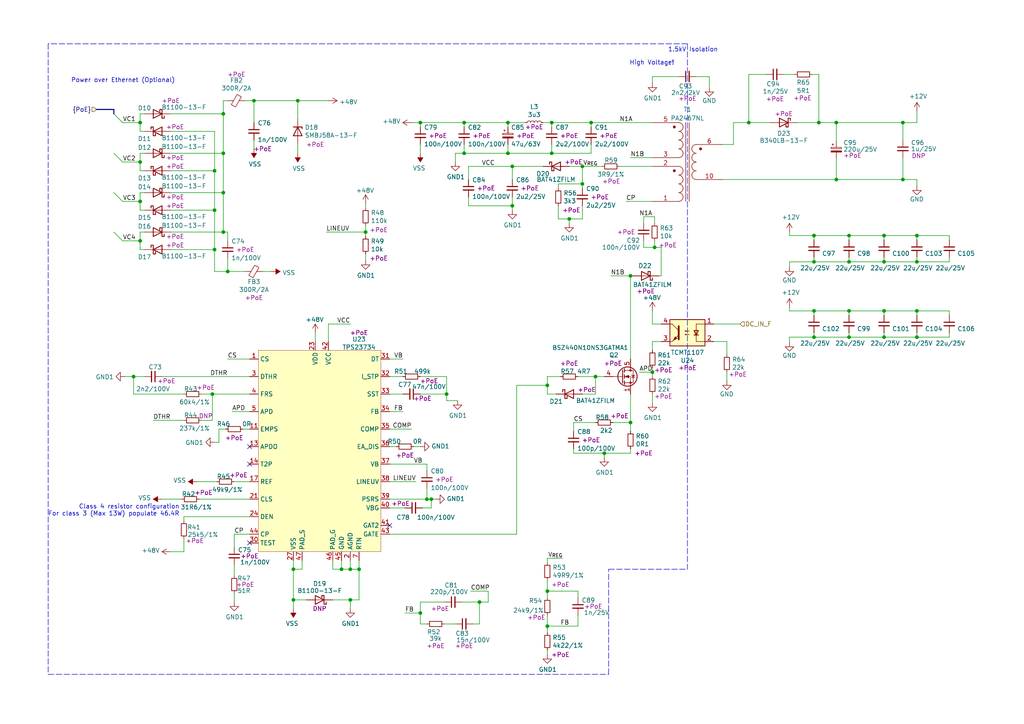
<source format=kicad_sch>
(kicad_sch (version 20210406) (generator eeschema)
  (paper "A4")
  (title_block (title "Power over Ethernet") (date "2021-01-12") (rev "0.1") (company "Nabu Casa") (comment 1 "www.nabucasa.com") (comment 2 "Light Blue"))
  (junction (at 38.735 109.22) (diameter 0.9144))
  (junction (at 40.64 35.56) (diameter 0.9144))
  (junction (at 40.64 46.99) (diameter 0.9144))
  (junction (at 40.64 58.42) (diameter 0.9144))
  (junction (at 40.64 69.85) (diameter 0.9144))
  (junction (at 61.595 114.3) (diameter 0.9144))
  (junction (at 62.23 49.53) (diameter 0.9144))
  (junction (at 62.23 60.96) (diameter 0.9144))
  (junction (at 62.23 72.39) (diameter 0.9144))
  (junction (at 64.77 33.02) (diameter 0.9144))
  (junction (at 64.77 44.45) (diameter 0.9144))
  (junction (at 64.77 55.88) (diameter 0.9144))
  (junction (at 64.77 67.31) (diameter 0.9144))
  (junction (at 66.04 78.74) (diameter 0.9144))
  (junction (at 73.66 29.21) (diameter 0.9144))
  (junction (at 85.09 165.1) (diameter 0.9144))
  (junction (at 85.09 173.99) (diameter 0.9144))
  (junction (at 86.36 29.21) (diameter 0.9144))
  (junction (at 99.06 165.1) (diameter 0.9144))
  (junction (at 101.6 165.1) (diameter 0.9144))
  (junction (at 101.6 173.99) (diameter 0.9144))
  (junction (at 104.14 165.1) (diameter 0.9144))
  (junction (at 106.045 67.31) (diameter 0.9144))
  (junction (at 121.92 35.56) (diameter 0.9144))
  (junction (at 121.92 177.8) (diameter 0.9144))
  (junction (at 123.825 144.78) (diameter 0.9144))
  (junction (at 125.095 144.78) (diameter 0.9144))
  (junction (at 129.54 114.3) (diameter 0.9144))
  (junction (at 134.62 35.56) (diameter 0.9144))
  (junction (at 134.62 44.45) (diameter 0.9144))
  (junction (at 139.065 174.625) (diameter 0.9144))
  (junction (at 147.32 35.56) (diameter 0.9144))
  (junction (at 147.32 44.45) (diameter 0.9144))
  (junction (at 148.59 48.26) (diameter 0.9144))
  (junction (at 148.59 59.69) (diameter 0.9144))
  (junction (at 158.75 111.76) (diameter 0.9144))
  (junction (at 158.75 171.45) (diameter 0.9144))
  (junction (at 158.75 181.61) (diameter 0.9144))
  (junction (at 160.02 35.56) (diameter 0.9144))
  (junction (at 160.02 44.45) (diameter 0.9144))
  (junction (at 165.1 63.5) (diameter 0.9144))
  (junction (at 168.91 48.26) (diameter 0.9144))
  (junction (at 168.91 53.34) (diameter 0.9144))
  (junction (at 171.45 35.56) (diameter 0.9144))
  (junction (at 172.72 109.22) (diameter 0.9144))
  (junction (at 175.26 131.445) (diameter 0.9144))
  (junction (at 182.88 80.01) (diameter 0.9144))
  (junction (at 182.88 122.555) (diameter 0.9144))
  (junction (at 189.23 107.95) (diameter 0.9144))
  (junction (at 189.865 71.755) (diameter 0.9144))
  (junction (at 217.17 35.56) (diameter 0.9144))
  (junction (at 236.093 68.326) (diameter 0.9144))
  (junction (at 236.093 75.946) (diameter 0.9144))
  (junction (at 236.093 90.17) (diameter 0.9144))
  (junction (at 236.093 97.79) (diameter 0.9144))
  (junction (at 237.49 35.56) (diameter 0.9144))
  (junction (at 242.57 35.56) (diameter 0.9144))
  (junction (at 242.57 52.07) (diameter 0.9144))
  (junction (at 246.253 68.326) (diameter 0.9144))
  (junction (at 246.253 75.946) (diameter 0.9144))
  (junction (at 246.253 90.17) (diameter 0.9144))
  (junction (at 246.253 97.79) (diameter 0.9144))
  (junction (at 256.413 68.326) (diameter 0.9144))
  (junction (at 256.413 75.946) (diameter 0.9144))
  (junction (at 256.413 90.17) (diameter 0.9144))
  (junction (at 256.413 97.79) (diameter 0.9144))
  (junction (at 261.874 35.56) (diameter 0.9144))
  (junction (at 261.874 52.07) (diameter 0.9144))
  (junction (at 265.938 68.326) (diameter 0.9144))
  (junction (at 265.938 75.946) (diameter 0.9144))
  (junction (at 265.938 90.17) (diameter 0.9144))
  (junction (at 265.938 97.79) (diameter 0.9144))
  (no_connect (at 72.39 129.54))
  (no_connect (at 72.39 134.62))
  (no_connect (at 72.39 157.48))
  (no_connect (at 113.03 152.4))
  (bus_entry (at 33.02 33.02) (size 2.54 2.54) (stroke (width 0.1524)))
  (bus_entry (at 33.02 44.45) (size 2.54 2.54) (stroke (width 0.1524)))
  (bus_entry (at 33.02 55.88) (size 2.54 2.54) (stroke (width 0.1524)))
  (bus_entry (at 33.02 67.31) (size 2.54 2.54) (stroke (width 0.1524)))
  (wire (pts (xy 35.56 35.56) (xy 40.64 35.56)))
  (wire (pts (xy 35.56 46.99) (xy 40.64 46.99)))
  (wire (pts (xy 35.56 58.42) (xy 40.64 58.42)))
  (wire (pts (xy 35.56 69.85) (xy 40.64 69.85)))
  (wire (pts (xy 36.195 109.22) (xy 38.735 109.22)))
  (wire (pts (xy 38.735 109.22) (xy 41.91 109.22)))
  (wire (pts (xy 38.735 114.3) (xy 38.735 109.22)))
  (wire (pts (xy 40.64 33.02) (xy 40.64 35.56)))
  (wire (pts (xy 40.64 38.1) (xy 40.64 35.56)))
  (wire (pts (xy 40.64 44.45) (xy 40.64 46.99)))
  (wire (pts (xy 40.64 49.53) (xy 40.64 46.99)))
  (wire (pts (xy 40.64 55.88) (xy 40.64 58.42)))
  (wire (pts (xy 40.64 60.96) (xy 40.64 58.42)))
  (wire (pts (xy 40.64 67.31) (xy 40.64 69.85)))
  (wire (pts (xy 40.64 72.39) (xy 40.64 69.85)))
  (wire (pts (xy 41.91 33.02) (xy 40.64 33.02)))
  (wire (pts (xy 41.91 38.1) (xy 40.64 38.1)))
  (wire (pts (xy 41.91 44.45) (xy 40.64 44.45)))
  (wire (pts (xy 41.91 49.53) (xy 40.64 49.53)))
  (wire (pts (xy 41.91 55.88) (xy 40.64 55.88)))
  (wire (pts (xy 41.91 60.96) (xy 40.64 60.96)))
  (wire (pts (xy 41.91 67.31) (xy 40.64 67.31)))
  (wire (pts (xy 41.91 72.39) (xy 40.64 72.39)))
  (wire (pts (xy 44.45 121.92) (xy 53.34 121.92)))
  (wire (pts (xy 46.99 109.22) (xy 72.39 109.22)))
  (wire (pts (xy 46.99 144.78) (xy 52.705 144.78)))
  (wire (pts (xy 49.53 33.02) (xy 64.77 33.02)))
  (wire (pts (xy 49.53 38.1) (xy 62.23 38.1)))
  (wire (pts (xy 49.53 44.45) (xy 64.77 44.45)))
  (wire (pts (xy 49.53 49.53) (xy 62.23 49.53)))
  (wire (pts (xy 49.53 55.88) (xy 64.77 55.88)))
  (wire (pts (xy 49.53 60.96) (xy 62.23 60.96)))
  (wire (pts (xy 49.53 67.31) (xy 64.77 67.31)))
  (wire (pts (xy 49.53 72.39) (xy 62.23 72.39)))
  (wire (pts (xy 53.34 114.3) (xy 38.735 114.3)))
  (wire (pts (xy 53.34 149.86) (xy 53.34 151.13)))
  (wire (pts (xy 53.34 156.21) (xy 53.34 160.02)))
  (wire (pts (xy 53.34 160.02) (xy 49.53 160.02)))
  (wire (pts (xy 57.15 139.7) (xy 62.865 139.7)))
  (wire (pts (xy 57.785 144.78) (xy 72.39 144.78)))
  (wire (pts (xy 58.42 114.3) (xy 61.595 114.3)))
  (wire (pts (xy 58.42 121.92) (xy 61.595 121.92)))
  (wire (pts (xy 61.595 114.3) (xy 72.39 114.3)))
  (wire (pts (xy 61.595 121.92) (xy 61.595 114.3)))
  (wire (pts (xy 62.23 38.1) (xy 62.23 49.53)))
  (wire (pts (xy 62.23 49.53) (xy 62.23 60.96)))
  (wire (pts (xy 62.23 60.96) (xy 62.23 72.39)))
  (wire (pts (xy 62.23 72.39) (xy 62.23 78.74)))
  (wire (pts (xy 62.23 78.74) (xy 66.04 78.74)))
  (wire (pts (xy 63.5 124.46) (xy 63.5 128.27)))
  (wire (pts (xy 63.5 124.46) (xy 65.405 124.46)))
  (wire (pts (xy 63.5 128.27) (xy 62.23 128.27)))
  (wire (pts (xy 64.77 29.21) (xy 64.77 33.02)))
  (wire (pts (xy 64.77 29.21) (xy 66.04 29.21)))
  (wire (pts (xy 64.77 33.02) (xy 64.77 44.45)))
  (wire (pts (xy 64.77 44.45) (xy 64.77 55.88)))
  (wire (pts (xy 64.77 55.88) (xy 64.77 67.31)))
  (wire (pts (xy 64.77 67.31) (xy 66.04 67.31)))
  (wire (pts (xy 66.04 67.31) (xy 66.04 69.85)))
  (wire (pts (xy 66.04 74.93) (xy 66.04 78.74)))
  (wire (pts (xy 66.04 78.74) (xy 71.12 78.74)))
  (wire (pts (xy 66.04 104.14) (xy 72.39 104.14)))
  (wire (pts (xy 67.31 119.38) (xy 72.39 119.38)))
  (wire (pts (xy 67.945 139.7) (xy 72.39 139.7)))
  (wire (pts (xy 67.945 154.94) (xy 67.945 158.75)))
  (wire (pts (xy 67.945 154.94) (xy 72.39 154.94)))
  (wire (pts (xy 67.945 163.83) (xy 67.945 167.005)))
  (wire (pts (xy 67.945 172.085) (xy 67.945 174.625)))
  (wire (pts (xy 70.485 124.46) (xy 72.39 124.46)))
  (wire (pts (xy 71.12 29.21) (xy 73.66 29.21)))
  (wire (pts (xy 72.39 149.86) (xy 53.34 149.86)))
  (wire (pts (xy 73.66 29.21) (xy 73.66 35.56)))
  (wire (pts (xy 73.66 29.21) (xy 86.36 29.21)))
  (wire (pts (xy 73.66 40.64) (xy 73.66 43.18)))
  (wire (pts (xy 76.2 78.74) (xy 78.74 78.74)))
  (wire (pts (xy 85.09 165.1) (xy 85.09 162.56)))
  (wire (pts (xy 85.09 165.1) (xy 85.09 173.99)))
  (wire (pts (xy 85.09 173.99) (xy 85.09 176.53)))
  (wire (pts (xy 85.09 173.99) (xy 88.9 173.99)))
  (wire (pts (xy 86.36 29.21) (xy 95.25 29.21)))
  (wire (pts (xy 86.36 34.29) (xy 86.36 29.21)))
  (wire (pts (xy 86.36 41.91) (xy 86.36 44.45)))
  (wire (pts (xy 87.63 162.56) (xy 87.63 165.1)))
  (wire (pts (xy 87.63 165.1) (xy 85.09 165.1)))
  (wire (pts (xy 91.44 96.52) (xy 91.44 99.06)))
  (wire (pts (xy 94.615 67.31) (xy 106.045 67.31)))
  (wire (pts (xy 95.25 93.98) (xy 101.6 93.98)))
  (wire (pts (xy 95.25 99.06) (xy 95.25 93.98)))
  (wire (pts (xy 96.52 162.56) (xy 96.52 165.1)))
  (wire (pts (xy 96.52 165.1) (xy 99.06 165.1)))
  (wire (pts (xy 96.52 173.99) (xy 101.6 173.99)))
  (wire (pts (xy 99.06 162.56) (xy 99.06 165.1)))
  (wire (pts (xy 99.06 165.1) (xy 101.6 165.1)))
  (wire (pts (xy 101.6 162.56) (xy 101.6 165.1)))
  (wire (pts (xy 101.6 165.1) (xy 104.14 165.1)))
  (wire (pts (xy 101.6 173.99) (xy 101.6 176.53)))
  (wire (pts (xy 104.14 165.1) (xy 104.14 162.56)))
  (wire (pts (xy 104.14 165.1) (xy 104.14 173.99)))
  (wire (pts (xy 104.14 173.99) (xy 101.6 173.99)))
  (wire (pts (xy 106.045 59.055) (xy 106.045 60.325)))
  (wire (pts (xy 106.045 65.405) (xy 106.045 67.31)))
  (wire (pts (xy 106.045 67.31) (xy 106.045 68.58)))
  (wire (pts (xy 106.045 73.66) (xy 106.045 75.565)))
  (wire (pts (xy 113.03 104.14) (xy 116.84 104.14)))
  (wire (pts (xy 113.03 109.22) (xy 116.84 109.22)))
  (wire (pts (xy 113.03 114.3) (xy 116.84 114.3)))
  (wire (pts (xy 113.03 119.38) (xy 116.84 119.38)))
  (wire (pts (xy 113.03 124.46) (xy 119.38 124.46)))
  (wire (pts (xy 113.03 129.54) (xy 114.935 129.54)))
  (wire (pts (xy 113.03 134.62) (xy 123.825 134.62)))
  (wire (pts (xy 113.03 139.7) (xy 120.65 139.7)))
  (wire (pts (xy 113.03 144.78) (xy 123.825 144.78)))
  (wire (pts (xy 113.03 147.32) (xy 117.475 147.32)))
  (wire (pts (xy 113.03 154.94) (xy 149.86 154.94)))
  (wire (pts (xy 117.475 177.8) (xy 121.92 177.8)))
  (wire (pts (xy 119.38 35.56) (xy 121.92 35.56)))
  (wire (pts (xy 120.015 129.54) (xy 121.92 129.54)))
  (wire (pts (xy 121.92 35.56) (xy 121.92 36.83)))
  (wire (pts (xy 121.92 35.56) (xy 134.62 35.56)))
  (wire (pts (xy 121.92 41.91) (xy 121.92 44.45)))
  (wire (pts (xy 121.92 109.22) (xy 129.54 109.22)))
  (wire (pts (xy 121.92 114.3) (xy 129.54 114.3)))
  (wire (pts (xy 121.92 174.625) (xy 121.92 177.8)))
  (wire (pts (xy 121.92 180.975) (xy 121.92 177.8)))
  (wire (pts (xy 122.555 147.32) (xy 125.095 147.32)))
  (wire (pts (xy 123.825 134.62) (xy 123.825 136.525)))
  (wire (pts (xy 123.825 141.605) (xy 123.825 144.78)))
  (wire (pts (xy 123.825 144.78) (xy 125.095 144.78)))
  (wire (pts (xy 123.825 180.975) (xy 121.92 180.975)))
  (wire (pts (xy 125.095 144.78) (xy 126.365 144.78)))
  (wire (pts (xy 125.095 147.32) (xy 125.095 144.78)))
  (wire (pts (xy 128.905 174.625) (xy 121.92 174.625)))
  (wire (pts (xy 128.905 180.975) (xy 132.08 180.975)))
  (wire (pts (xy 129.54 109.22) (xy 129.54 114.3)))
  (wire (pts (xy 129.54 116.205) (xy 129.54 114.3)))
  (wire (pts (xy 132.08 44.45) (xy 132.08 46.99)))
  (wire (pts (xy 132.715 116.205) (xy 129.54 116.205)))
  (wire (pts (xy 133.985 174.625) (xy 139.065 174.625)))
  (wire (pts (xy 134.62 35.56) (xy 134.62 36.83)))
  (wire (pts (xy 134.62 35.56) (xy 147.32 35.56)))
  (wire (pts (xy 134.62 41.91) (xy 134.62 44.45)))
  (wire (pts (xy 134.62 44.45) (xy 132.08 44.45)))
  (wire (pts (xy 134.62 44.45) (xy 147.32 44.45)))
  (wire (pts (xy 135.89 48.26) (xy 135.89 52.07)))
  (wire (pts (xy 135.89 48.26) (xy 148.59 48.26)))
  (wire (pts (xy 135.89 57.15) (xy 135.89 59.69)))
  (wire (pts (xy 135.89 59.69) (xy 148.59 59.69)))
  (wire (pts (xy 137.16 180.975) (xy 139.065 180.975)))
  (wire (pts (xy 139.065 174.625) (xy 141.605 174.625)))
  (wire (pts (xy 139.065 180.975) (xy 139.065 174.625)))
  (wire (pts (xy 141.605 171.45) (xy 136.525 171.45)))
  (wire (pts (xy 141.605 174.625) (xy 141.605 171.45)))
  (wire (pts (xy 147.32 35.56) (xy 147.32 36.83)))
  (wire (pts (xy 147.32 35.56) (xy 152.4 35.56)))
  (wire (pts (xy 147.32 41.91) (xy 147.32 44.45)))
  (wire (pts (xy 147.32 44.45) (xy 160.02 44.45)))
  (wire (pts (xy 148.59 48.26) (xy 148.59 52.07)))
  (wire (pts (xy 148.59 48.26) (xy 157.48 48.26)))
  (wire (pts (xy 148.59 57.15) (xy 148.59 59.69)))
  (wire (pts (xy 148.59 59.69) (xy 148.59 60.96)))
  (wire (pts (xy 149.86 111.76) (xy 158.75 111.76)))
  (wire (pts (xy 149.86 154.94) (xy 149.86 111.76)))
  (wire (pts (xy 157.48 35.56) (xy 160.02 35.56)))
  (wire (pts (xy 158.75 109.22) (xy 162.56 109.22)))
  (wire (pts (xy 158.75 111.76) (xy 158.75 109.22)))
  (wire (pts (xy 158.75 114.3) (xy 158.75 111.76)))
  (wire (pts (xy 158.75 161.925) (xy 163.195 161.925)))
  (wire (pts (xy 158.75 163.195) (xy 158.75 161.925)))
  (wire (pts (xy 158.75 168.275) (xy 158.75 171.45)))
  (wire (pts (xy 158.75 171.45) (xy 158.75 173.355)))
  (wire (pts (xy 158.75 171.45) (xy 167.64 171.45)))
  (wire (pts (xy 158.75 178.435) (xy 158.75 181.61)))
  (wire (pts (xy 158.75 181.61) (xy 158.75 183.515)))
  (wire (pts (xy 158.75 188.595) (xy 158.75 189.865)))
  (wire (pts (xy 160.02 35.56) (xy 160.02 36.83)))
  (wire (pts (xy 160.02 35.56) (xy 171.45 35.56)))
  (wire (pts (xy 160.02 41.91) (xy 160.02 44.45)))
  (wire (pts (xy 160.02 44.45) (xy 171.45 44.45)))
  (wire (pts (xy 161.29 114.3) (xy 158.75 114.3)))
  (wire (pts (xy 161.925 53.34) (xy 168.91 53.34)))
  (wire (pts (xy 161.925 54.61) (xy 161.925 53.34)))
  (wire (pts (xy 161.925 59.69) (xy 161.925 63.5)))
  (wire (pts (xy 161.925 63.5) (xy 165.1 63.5)))
  (wire (pts (xy 165.1 48.26) (xy 168.91 48.26)))
  (wire (pts (xy 165.1 63.5) (xy 165.1 64.77)))
  (wire (pts (xy 165.1 63.5) (xy 168.91 63.5)))
  (wire (pts (xy 166.37 122.555) (xy 166.37 125.095)))
  (wire (pts (xy 166.37 131.445) (xy 166.37 130.175)))
  (wire (pts (xy 167.64 173.355) (xy 167.64 171.45)))
  (wire (pts (xy 167.64 178.435) (xy 167.64 181.61)))
  (wire (pts (xy 167.64 181.61) (xy 158.75 181.61)))
  (wire (pts (xy 168.91 48.26) (xy 168.91 53.34)))
  (wire (pts (xy 168.91 48.26) (xy 174.625 48.26)))
  (wire (pts (xy 168.91 53.34) (xy 168.91 54.61)))
  (wire (pts (xy 168.91 63.5) (xy 168.91 59.69)))
  (wire (pts (xy 168.91 114.3) (xy 172.72 114.3)))
  (wire (pts (xy 171.45 35.56) (xy 171.45 36.83)))
  (wire (pts (xy 171.45 35.56) (xy 189.23 35.56)))
  (wire (pts (xy 171.45 41.91) (xy 171.45 44.45)))
  (wire (pts (xy 172.72 109.22) (xy 167.64 109.22)))
  (wire (pts (xy 172.72 109.22) (xy 175.26 109.22)))
  (wire (pts (xy 172.72 114.3) (xy 172.72 109.22)))
  (wire (pts (xy 172.72 122.555) (xy 166.37 122.555)))
  (wire (pts (xy 175.26 131.445) (xy 166.37 131.445)))
  (wire (pts (xy 175.26 131.445) (xy 175.26 132.715)))
  (wire (pts (xy 177.165 80.01) (xy 182.88 80.01)))
  (wire (pts (xy 177.8 122.555) (xy 182.88 122.555)))
  (wire (pts (xy 179.705 48.26) (xy 189.23 48.26)))
  (wire (pts (xy 181.61 58.42) (xy 189.23 58.42)))
  (wire (pts (xy 182.88 45.72) (xy 189.23 45.72)))
  (wire (pts (xy 182.88 80.01) (xy 182.88 104.14)))
  (wire (pts (xy 182.88 80.01) (xy 183.515 80.01)))
  (wire (pts (xy 182.88 114.3) (xy 182.88 122.555)))
  (wire (pts (xy 182.88 122.555) (xy 182.88 125.095)))
  (wire (pts (xy 182.88 130.175) (xy 182.88 131.445)))
  (wire (pts (xy 182.88 131.445) (xy 175.26 131.445)))
  (wire (pts (xy 185.42 107.95) (xy 189.23 107.95)))
  (wire (pts (xy 186.69 62.865) (xy 186.69 64.77)))
  (wire (pts (xy 186.69 69.85) (xy 186.69 71.755)))
  (wire (pts (xy 186.69 71.755) (xy 189.865 71.755)))
  (wire (pts (xy 189.23 22.225) (xy 189.23 24.13)))
  (wire (pts (xy 189.23 93.98) (xy 189.23 90.17)))
  (wire (pts (xy 189.23 99.06) (xy 189.23 101.6)))
  (wire (pts (xy 189.23 106.68) (xy 189.23 107.95)))
  (wire (pts (xy 189.23 107.95) (xy 189.23 109.22)))
  (wire (pts (xy 189.23 114.3) (xy 189.23 116.84)))
  (wire (pts (xy 189.865 62.865) (xy 186.69 62.865)))
  (wire (pts (xy 189.865 64.77) (xy 189.865 62.865)))
  (wire (pts (xy 189.865 71.755) (xy 189.865 69.85)))
  (wire (pts (xy 191.135 80.01) (xy 191.77 80.01)))
  (wire (pts (xy 191.77 71.755) (xy 189.865 71.755)))
  (wire (pts (xy 191.77 80.01) (xy 191.77 71.755)))
  (wire (pts (xy 191.77 93.98) (xy 189.23 93.98)))
  (wire (pts (xy 191.77 99.06) (xy 189.23 99.06)))
  (wire (pts (xy 196.85 22.225) (xy 189.23 22.225)))
  (wire (pts (xy 205.74 22.225) (xy 201.93 22.225)))
  (wire (pts (xy 205.74 25.4) (xy 205.74 22.225)))
  (wire (pts (xy 207.01 93.98) (xy 214.63 93.98)))
  (wire (pts (xy 207.01 99.06) (xy 210.82 99.06)))
  (wire (pts (xy 209.55 41.91) (xy 212.725 41.91)))
  (wire (pts (xy 209.55 52.07) (xy 242.57 52.07)))
  (wire (pts (xy 210.82 99.06) (xy 210.82 102.87)))
  (wire (pts (xy 210.82 107.95) (xy 210.82 110.49)))
  (wire (pts (xy 212.725 35.56) (xy 217.17 35.56)))
  (wire (pts (xy 212.725 41.91) (xy 212.725 35.56)))
  (wire (pts (xy 217.17 21.59) (xy 217.17 35.56)))
  (wire (pts (xy 217.17 35.56) (xy 223.52 35.56)))
  (wire (pts (xy 222.25 21.59) (xy 217.17 21.59)))
  (wire (pts (xy 227.33 21.59) (xy 230.505 21.59)))
  (wire (pts (xy 228.981 68.326) (xy 228.981 67.31)))
  (wire (pts (xy 228.981 68.326) (xy 236.093 68.326)))
  (wire (pts (xy 228.981 75.946) (xy 228.981 77.47)))
  (wire (pts (xy 228.981 75.946) (xy 236.093 75.946)))
  (wire (pts (xy 228.981 90.17) (xy 228.981 89.154)))
  (wire (pts (xy 228.981 90.17) (xy 236.093 90.17)))
  (wire (pts (xy 228.981 97.79) (xy 228.981 99.314)))
  (wire (pts (xy 228.981 97.79) (xy 236.093 97.79)))
  (wire (pts (xy 231.14 35.56) (xy 237.49 35.56)))
  (wire (pts (xy 235.585 21.59) (xy 237.49 21.59)))
  (wire (pts (xy 236.093 68.326) (xy 236.093 69.596)))
  (wire (pts (xy 236.093 68.326) (xy 246.253 68.326)))
  (wire (pts (xy 236.093 74.676) (xy 236.093 75.946)))
  (wire (pts (xy 236.093 75.946) (xy 246.253 75.946)))
  (wire (pts (xy 236.093 90.17) (xy 236.093 91.44)))
  (wire (pts (xy 236.093 90.17) (xy 246.253 90.17)))
  (wire (pts (xy 236.093 96.52) (xy 236.093 97.79)))
  (wire (pts (xy 236.093 97.79) (xy 246.253 97.79)))
  (wire (pts (xy 237.49 21.59) (xy 237.49 35.56)))
  (wire (pts (xy 237.49 35.56) (xy 242.57 35.56)))
  (wire (pts (xy 242.57 35.56) (xy 242.57 40.894)))
  (wire (pts (xy 242.57 35.56) (xy 261.874 35.56)))
  (wire (pts (xy 242.57 45.974) (xy 242.57 52.07)))
  (wire (pts (xy 242.57 52.07) (xy 261.874 52.07)))
  (wire (pts (xy 246.253 68.326) (xy 246.253 69.596)))
  (wire (pts (xy 246.253 68.326) (xy 256.413 68.326)))
  (wire (pts (xy 246.253 74.676) (xy 246.253 75.946)))
  (wire (pts (xy 246.253 75.946) (xy 256.413 75.946)))
  (wire (pts (xy 246.253 90.17) (xy 246.253 91.44)))
  (wire (pts (xy 246.253 90.17) (xy 256.413 90.17)))
  (wire (pts (xy 246.253 96.52) (xy 246.253 97.79)))
  (wire (pts (xy 246.253 97.79) (xy 256.413 97.79)))
  (wire (pts (xy 256.413 68.326) (xy 256.413 69.596)))
  (wire (pts (xy 256.413 68.326) (xy 265.938 68.326)))
  (wire (pts (xy 256.413 74.676) (xy 256.413 75.946)))
  (wire (pts (xy 256.413 75.946) (xy 265.938 75.946)))
  (wire (pts (xy 256.413 90.17) (xy 256.413 91.44)))
  (wire (pts (xy 256.413 90.17) (xy 265.938 90.17)))
  (wire (pts (xy 256.413 96.52) (xy 256.413 97.79)))
  (wire (pts (xy 256.413 97.79) (xy 265.938 97.79)))
  (wire (pts (xy 261.874 35.56) (xy 261.874 40.64)))
  (wire (pts (xy 261.874 35.56) (xy 265.938 35.56)))
  (wire (pts (xy 261.874 45.72) (xy 261.874 52.07)))
  (wire (pts (xy 261.874 52.07) (xy 265.938 52.07)))
  (wire (pts (xy 265.938 35.56) (xy 265.938 32.258)))
  (wire (pts (xy 265.938 52.07) (xy 265.938 53.975)))
  (wire (pts (xy 265.938 68.326) (xy 265.938 69.596)))
  (wire (pts (xy 265.938 68.326) (xy 275.336 68.326)))
  (wire (pts (xy 265.938 74.676) (xy 265.938 75.946)))
  (wire (pts (xy 265.938 75.946) (xy 275.336 75.946)))
  (wire (pts (xy 265.938 90.17) (xy 265.938 91.44)))
  (wire (pts (xy 265.938 90.17) (xy 275.336 90.17)))
  (wire (pts (xy 265.938 96.52) (xy 265.938 97.79)))
  (wire (pts (xy 265.938 97.79) (xy 275.336 97.79)))
  (wire (pts (xy 275.336 68.326) (xy 275.336 69.596)))
  (wire (pts (xy 275.336 74.676) (xy 275.336 75.946)))
  (wire (pts (xy 275.336 90.17) (xy 275.336 91.44)))
  (wire (pts (xy 275.336 96.52) (xy 275.336 97.79)))
  (bus (pts (xy 27.94 31.75) (xy 33.02 31.75)))
  (bus (pts (xy 33.02 31.75) (xy 33.02 67.31)))
  (polyline (pts (xy 13.97 12.7) (xy 13.97 195.58)) (stroke (width 0) (type dash)))
  (polyline (pts (xy 13.97 195.58) (xy 176.53 195.58)) (stroke (width 0) (type dash)))
  (polyline (pts (xy 176.53 165.1) (xy 199.39 165.1)) (stroke (width 0) (type dash)))
  (polyline (pts (xy 176.53 195.58) (xy 176.53 165.1)) (stroke (width 0) (type dash)))
  (polyline (pts (xy 199.39 12.7) (xy 13.97 12.7)) (stroke (width 0) (type dash)))
  (polyline (pts (xy 199.39 12.7) (xy 199.39 165.1)) (stroke (width 0) (type dash)))
  (text "Power over Ethernet (Optional)" (at 50.8 24.13 180) (effects (font (size 1.27 1.27)) (justify right bottom)))
  (text "Class 4 resistor configuration\nFor class 3 (Max 13W) populate 46.4R" (at 52.07 149.86 0) (effects (font (size 1.27 1.27)) (justify right bottom)))
  (text "High Voltage!" (at 195.58 19.05 180) (effects (font (size 1.27 1.27)) (justify right bottom)))
  (text "1.5kV Isolation" (at 208.28 15.24 180) (effects (font (size 1.27 1.27)) (justify right bottom)))
  (label "VC1" (at 39.37 35.56 180))
  (label "VC2" (at 39.37 46.99 180))
  (label "VC3" (at 39.37 58.42 180))
  (label "VC4" (at 39.37 69.85 180))
  (label "DTHR" (at 44.45 121.92 0))
  (label "DTHR" (at 60.96 109.22 0))
  (label "CS" (at 66.04 104.14 0))
  (label "APD" (at 67.31 119.38 0))
  (label "CP" (at 67.945 154.94 0))
  (label "LINEUV" (at 94.615 67.31 0))
  (label "VCC" (at 101.6 93.98 180))
  (label "VB" (at 116.84 104.14 180))
  (label "FB" (at 116.84 119.38 180))
  (label "FB" (at 117.475 177.8 0))
  (label "COMP" (at 119.38 124.46 180))
  (label "LINEUV" (at 120.65 139.7 180))
  (label "VB" (at 122.555 134.62 180))
  (label "COMP" (at 136.525 171.45 0))
  (label "VCC" (at 139.7 48.26 0))
  (label "V_{REG}" (at 163.195 161.925 180))
  (label "FB" (at 165.1 181.61 180))
  (label "CS" (at 166.37 122.555 0))
  (label "V_{REG}" (at 173.355 48.26 180))
  (label "N1B" (at 177.165 80.01 0))
  (label "CP" (at 181.61 58.42 0))
  (label "N1B" (at 182.88 45.72 0))
  (label "N1A" (at 183.515 35.56 180))
  (label "APD" (at 185.42 107.95 0))
  (label "N1A" (at 189.23 62.865 180))
  (hierarchical_label "{PoE}" (shape input) (at 27.94 31.75 180))
  (hierarchical_label "DC_IN_F" (shape input) (at 214.63 93.98 0))
  (symbol (lib_id "power:VSS") (at 46.99 144.78 90) (unit 1)
    (property "Reference" "#PWR0155" (effects hide))
    (property "Value" "VSS" (at 43.8149 144.4117 90) (effects (justify left)))
  )
  (symbol (lib_id "power:+48V") (at 49.53 160.02 90) (unit 1)
    (property "Reference" "#PWR0156" (effects hide))
    (property "Value" "+48V" (at 46.3549 159.6517 90) (effects (justify left)))
  )
  (symbol (lib_id "power:VSS") (at 57.15 139.7 90) (unit 1)
    (property "Reference" "#PWR0157" (effects hide))
    (property "Value" "VSS" (at 53.9749 139.3317 90) (effects (justify left)))
  )
  (symbol (lib_id "power:VSS") (at 73.66 43.18 180) (unit 1)
    (property "Reference" "#PWR0160" (effects hide))
    (property "Value" "VSS" (at 75.8317 47.6251 0) (effects (justify left)))
  )
  (symbol (lib_id "power:VSS") (at 78.74 78.74 270) (unit 1)
    (property "Reference" "#PWR0161" (effects hide))
    (property "Value" "VSS" (at 81.9151 79.1083 90) (effects (justify left)))
  )
  (symbol (lib_id "power:VSS") (at 85.09 176.53 180) (unit 1)
    (property "Reference" "#PWR0162" (effects hide))
    (property "Value" "VSS" (at 84.7217 180.8544 0))
  )
  (symbol (lib_id "power:VSS") (at 86.36 44.45 180) (unit 1)
    (property "Reference" "#PWR0163" (effects hide))
    (property "Value" "VSS" (at 88.5317 48.8951 0) (effects (justify left)))
  )
  (symbol (lib_id "power:+48V") (at 91.44 96.52 0) (unit 1)
    (property "Reference" "#PWR0164" (effects hide))
    (property "Value" "+48V" (at 88.6333 92.7099 0) (effects (justify left)))
  )
  (symbol (lib_id "power:+48V") (at 95.25 29.21 270) (unit 1)
    (property "Reference" "#PWR0165" (effects hide))
    (property "Value" "+48V" (at 98.4251 29.5783 90) (effects (justify left)))
  )
  (symbol (lib_id "power:+48V") (at 106.045 59.055 0) (unit 1)
    (property "Reference" "#PWR0167" (effects hide))
    (property "Value" "+48V" (at 103.2383 55.2449 0) (effects (justify left)))
  )
  (symbol (lib_id "power:+48V") (at 119.38 35.56 90) (unit 1)
    (property "Reference" "#PWR0169" (effects hide))
    (property "Value" "+48V" (at 116.2049 35.1917 90) (effects (justify left)))
  )
  (symbol (lib_id "power:VSS") (at 121.92 44.45 180) (unit 1)
    (property "Reference" "#PWR0170" (effects hide))
    (property "Value" "VSS" (at 121.5517 48.7744 0))
  )
  (symbol (lib_id "power:+48V") (at 189.23 90.17 0) (unit 1)
    (property "Reference" "#PWR0180" (effects hide))
    (property "Value" "+48V" (at 186.4233 86.3599 0) (effects (justify left)))
  )
  (symbol (lib_id "power:+12V") (at 228.981 67.31 0) (unit 1)
    (property "Reference" "#PWR0184" (effects hide))
    (property "Value" "+12V" (at 229.3493 62.9856 0))
  )
  (symbol (lib_id "power:+12V") (at 228.981 89.154 0) (unit 1)
    (property "Reference" "#PWR0186" (effects hide))
    (property "Value" "+12V" (at 229.3493 84.8296 0))
  )
  (symbol (lib_id "power:+12V") (at 265.938 32.258 0) (unit 1)
    (property "Reference" "#PWR0188" (effects hide))
    (property "Value" "+12V" (at 266.3063 27.9336 0))
  )
  (symbol (lib_id "Device:L_Small") (at 154.94 35.56 90) (unit 1)
    (property "Reference" "L3" (at 154.94 30.9688 90))
    (property "Value" "3u3" (at 154.94 33.267 90))
    (property "Footprint" "Inductor_SMD:L_Taiyo-Yuden_NR-80xx" (effects hide))
    (property "Config" "+PoE" (at 154.94 36.83 90))
    (property "Manufacturer" "Taiyo Yuden" (effects hide))
    (property "PartNumber" "NRS8030T3R3MJGJ" (effects hide))
  )
  (symbol (lib_id "power:GND1") (at 36.195 109.22 270) (unit 1)
    (property "Reference" "#PWR0154" (effects hide))
    (property "Value" "GND1" (at 33.0199 109.3343 90) (effects (justify right)))
  )
  (symbol (lib_id "power:GND1") (at 62.23 128.27 270) (unit 1)
    (property "Reference" "#PWR0158" (effects hide))
    (property "Value" "GND1" (at 59.0549 128.3843 90) (effects (justify right)))
  )
  (symbol (lib_id "power:GND1") (at 67.945 174.625 0) (unit 1)
    (property "Reference" "#PWR0159" (effects hide))
    (property "Value" "GND1" (at 68.0593 178.9494 0))
  )
  (symbol (lib_id "power:GND1") (at 101.6 176.53 0) (unit 1)
    (property "Reference" "#PWR0166" (effects hide))
    (property "Value" "GND1" (at 101.7143 180.8544 0))
  )
  (symbol (lib_id "power:GND1") (at 106.045 75.565 0) (unit 1)
    (property "Reference" "#PWR0168" (effects hide))
    (property "Value" "GND1" (at 106.1593 79.8894 0))
  )
  (symbol (lib_id "power:GND1") (at 121.92 129.54 90) (unit 1)
    (property "Reference" "#PWR0171" (effects hide))
    (property "Value" "GND1" (at 125.0951 129.4257 90) (effects (justify right)))
  )
  (symbol (lib_id "power:GND1") (at 126.365 144.78 90) (unit 1)
    (property "Reference" "#PWR0172" (effects hide))
    (property "Value" "GND1" (at 129.5401 144.6657 90) (effects (justify right)))
  )
  (symbol (lib_id "power:GND1") (at 132.08 46.99 0) (unit 1)
    (property "Reference" "#PWR0173" (effects hide))
    (property "Value" "GND1" (at 132.1943 51.3144 0))
  )
  (symbol (lib_id "power:GND1") (at 132.715 116.205 0) (unit 1)
    (property "Reference" "#PWR0174" (effects hide))
    (property "Value" "GND1" (at 132.8293 120.5294 0))
  )
  (symbol (lib_id "power:GND1") (at 148.59 60.96 0) (unit 1)
    (property "Reference" "#PWR0175" (effects hide))
    (property "Value" "GND1" (at 148.7043 65.2844 0))
  )
  (symbol (lib_id "power:GND1") (at 158.75 189.865 0) (unit 1)
    (property "Reference" "#PWR0176" (effects hide))
    (property "Value" "GND1" (at 158.8643 194.1894 0))
  )
  (symbol (lib_id "power:GND1") (at 165.1 64.77 0) (unit 1)
    (property "Reference" "#PWR0177" (effects hide))
    (property "Value" "GND1" (at 165.2143 69.0944 0))
  )
  (symbol (lib_id "power:GND1") (at 175.26 132.715 0) (unit 1)
    (property "Reference" "#PWR0178" (effects hide))
    (property "Value" "GND1" (at 175.3743 137.0394 0))
  )
  (symbol (lib_id "power:GND1") (at 189.23 24.13 0) (unit 1)
    (property "Reference" "#PWR0179" (effects hide))
    (property "Value" "GND1" (at 189.3443 28.4544 0))
  )
  (symbol (lib_id "power:GND1") (at 189.23 116.84 0) (unit 1)
    (property "Reference" "#PWR0181" (effects hide))
    (property "Value" "GND1" (at 189.3443 121.1644 0))
  )
  (symbol (lib_id "power:GND") (at 205.74 25.4 0) (unit 1)
    (property "Reference" "#PWR0182" (effects hide))
    (property "Value" "GND" (at 207.7593 29.2101 0) (effects (justify right)))
  )
  (symbol (lib_id "power:GND") (at 210.82 110.49 0) (unit 1)
    (property "Reference" "#PWR0183" (effects hide))
    (property "Value" "GND" (at 212.8393 114.3001 0) (effects (justify right)))
  )
  (symbol (lib_id "power:GND") (at 228.981 77.47 0) (unit 1)
    (property "Reference" "#PWR0185" (effects hide))
    (property "Value" "GND" (at 231.0003 81.2801 0) (effects (justify right)))
  )
  (symbol (lib_id "power:GND") (at 228.981 99.314 0) (unit 1)
    (property "Reference" "#PWR0187" (effects hide))
    (property "Value" "GND" (at 231.0003 103.1241 0) (effects (justify right)))
  )
  (symbol (lib_id "power:GND") (at 265.938 53.975 0) (unit 1)
    (property "Reference" "#PWR0189" (effects hide))
    (property "Value" "GND" (at 267.9573 57.7851 0) (effects (justify right)))
  )
  (symbol (lib_id "Device:R_Small") (at 53.34 153.67 180) (unit 1)
    (property "Reference" "R41" (at 58.1913 152.9144 0) (effects (justify left)))
    (property "Value" "25k5/1%" (at 63.271 155.061 0) (effects (justify left)))
    (property "Footprint" "Resistor_SMD:R_0402_1005Metric" (effects hide))
    (property "Config" "+PoE" (at 56.515 156.845 0))
  )
  (symbol (lib_id "Device:R_Small") (at 55.245 144.78 90) (unit 1)
    (property "Reference" "R42" (at 56.6356 143.2813 90) (effects (justify left)))
    (property "Value" "31R6/1%" (at 61.474 147.091 90) (effects (justify left)))
    (property "Footprint" "Resistor_SMD:R_0402_1005Metric" (effects hide))
    (property "Config" "+PoE" (at 59.055 142.875 90))
  )
  (symbol (lib_id "Device:R_Small") (at 55.88 114.3 90) (unit 1)
    (property "Reference" "R43" (at 57.2706 112.8013 90) (effects (justify left)))
    (property "Value" "60k4/1%" (at 60.839 116.611 90) (effects (justify left)))
    (property "Footprint" "Resistor_SMD:R_0402_1005Metric" (effects hide))
    (property "Config" "+PoE" (at 59.69 112.395 90))
  )
  (symbol (lib_id "Device:R_Small") (at 55.88 121.92 90) (unit 1)
    (property "Reference" "R44" (at 57.2706 120.4213 90) (effects (justify left)))
    (property "Value" "237k/1%" (at 60.839 124.231 90) (effects (justify left)))
    (property "Footprint" "Resistor_SMD:R_0402_1005Metric" (effects hide))
    (property "Config" "DNP" (at 59.69 120.65 90))
  )
  (symbol (lib_id "Device:R_Small") (at 65.405 139.7 90) (unit 1)
    (property "Reference" "R45" (at 66.7956 138.2013 90) (effects (justify left)))
    (property "Value" "49k9/1%" (at 70.364 142.011 90) (effects (justify left)))
    (property "Footprint" "Resistor_SMD:R_0402_1005Metric" (effects hide))
    (property "Config" "+PoE" (at 69.215 137.795 90))
  )
  (symbol (lib_id "Device:R_Small") (at 67.945 124.46 90) (unit 1)
    (property "Reference" "R46" (at 66.7956 122.9613 90) (effects (justify left)))
    (property "Value" "0R" (at 72.904 122.961 90) (effects (justify left)))
    (property "Footprint" "Resistor_SMD:R_0402_1005Metric" (effects hide))
    (property "Config" "+PoE" (at 67.945 127 90))
  )
  (symbol (lib_id "Device:R_Small") (at 67.945 169.545 0) (unit 1)
    (property "Reference" "R47" (at 68.8087 167.7606 0) (effects (justify left)))
    (property "Value" "51R" (at 68.809 171.329 0) (effects (justify left)))
    (property "Footprint" "Resistor_SMD:R_0402_1005Metric" (effects hide))
    (property "Config" "+PoE" (at 71.12 169.545 0))
  )
  (symbol (lib_id "Device:R_Small") (at 106.045 62.865 0) (unit 1)
    (property "Reference" "R48" (at 107.5437 61.7156 0) (effects (justify left)))
    (property "Value" "110k" (at 107.544 64.014 0) (effects (justify left)))
    (property "Footprint" "Resistor_SMD:R_0402_1005Metric" (effects hide))
    (property "Config" "+PoE" (at 109.855 66.675 0))
  )
  (symbol (lib_id "Device:R_Small") (at 106.045 71.12 0) (unit 1)
    (property "Reference" "R49" (at 107.5437 69.9706 0) (effects (justify left)))
    (property "Value" "10k" (at 107.544 72.269 0) (effects (justify left)))
    (property "Footprint" "Resistor_SMD:R_0402_1005Metric" (effects hide))
    (property "Config" "+PoE" (at 109.855 74.93 0))
  )
  (symbol (lib_id "Device:R_Small") (at 117.475 129.54 90) (unit 1)
    (property "Reference" "R50" (at 116.3256 128.0413 90) (effects (justify left)))
    (property "Value" "0R" (at 122.434 128.041 90) (effects (justify left)))
    (property "Footprint" "Resistor_SMD:R_0402_1005Metric" (effects hide))
    (property "Config" "+PoE" (at 117.475 132.08 90))
  )
  (symbol (lib_id "Device:R_Small") (at 119.38 109.22 90) (unit 1)
    (property "Reference" "R51" (at 118.2306 107.7213 90) (effects (justify left)))
    (property "Value" "499k" (at 124.974 107.721 90) (effects (justify left)))
    (property "Footprint" "Resistor_SMD:R_0402_1005Metric" (effects hide))
    (property "Config" "+PoE" (at 124.46 110.49 90))
  )
  (symbol (lib_id "Device:R_Small") (at 126.365 180.975 90) (unit 1)
    (property "Reference" "R52" (at 127.7556 183.2863 90) (effects (justify left)))
    (property "Value" "39k" (at 128.149 185.191 90) (effects (justify left)))
    (property "Footprint" "Resistor_SMD:R_0402_1005Metric" (effects hide))
    (property "Config" "+PoE" (at 126.365 187.325 90))
  )
  (symbol (lib_id "Device:R_Small") (at 158.75 165.735 0) (unit 1)
    (property "Reference" "R53" (at 160.2487 164.5856 0) (effects (justify left)))
    (property "Value" "49R9/1%" (at 160.249 166.884 0) (effects (justify left)))
    (property "Footprint" "Resistor_SMD:R_0402_1005Metric" (effects hide))
    (property "Config" "+PoE" (at 162.56 169.545 0))
  )
  (symbol (lib_id "Device:R_Small") (at 158.75 175.895 0) (unit 1)
    (property "Reference" "R54" (at 153.3907 174.2376 0) (effects (justify left)))
    (property "Value" "24k9/1%" (at 148.819 177.044 0) (effects (justify left)))
    (property "Footprint" "Resistor_SMD:R_0402_1005Metric" (effects hide))
    (property "Config" "+PoE" (at 155.575 179.07 0))
  )
  (symbol (lib_id "Device:R_Small") (at 158.75 186.055 0) (unit 1)
    (property "Reference" "R55" (at 160.2487 184.9056 0) (effects (justify left)))
    (property "Value" "4k22/1%" (at 160.249 187.204 0) (effects (justify left)))
    (property "Footprint" "Resistor_SMD:R_0402_1005Metric" (effects hide))
    (property "Config" "+PoE" (at 162.56 189.865 0))
  )
  (symbol (lib_id "Device:R_Small") (at 161.925 57.15 0) (unit 1)
    (property "Reference" "R56" (at 163.4237 56.0006 0) (effects (justify left)))
    (property "Value" "3k3" (at 163.424 58.299 0) (effects (justify left)))
    (property "Footprint" "Resistor_SMD:R_0402_1005Metric" (effects hide))
    (property "Config" "+PoE" (at 165.735 60.96 0))
  )
  (symbol (lib_id "Device:R_Small") (at 165.1 109.22 90) (unit 1)
    (property "Reference" "R57" (at 166.4906 107.7213 90) (effects (justify left)))
    (property "Value" "4R7" (at 171.329 107.721 90) (effects (justify left)))
    (property "Footprint" "Resistor_SMD:R_0402_1005Metric" (effects hide))
    (property "Config" "+PoE" (at 165.1 105.41 90))
  )
  (symbol (lib_id "Device:R_Small") (at 175.26 122.555 90) (unit 1)
    (property "Reference" "R58" (at 176.6506 121.0563 90) (effects (justify left)))
    (property "Value" "2k2" (at 177.679 124.866 90) (effects (justify left)))
    (property "Footprint" "Resistor_SMD:R_0402_1005Metric" (effects hide))
    (property "Config" "+PoE" (at 179.705 120.65 90))
  )
  (symbol (lib_id "Device:R_Small") (at 177.165 48.26 90) (unit 1)
    (property "Reference" "R59" (at 179.1906 46.5073 90) (effects (justify left)))
    (property "Value" "3R9/1%" (at 181.108 50.571 90) (effects (justify left)))
    (property "Footprint" "Resistor_SMD:R_0805_2012Metric" (effects hide))
    (property "Config" "+PoE" (at 177.292 52.578 90))
  )
  (symbol (lib_id "Device:R_Small") (at 182.88 127.635 0) (unit 1)
    (property "Reference" "R60" (at 184.3787 126.4856 0) (effects (justify left)))
    (property "Value" "0R1" (at 184.379 128.784 0) (effects (justify left)))
    (property "Footprint" "Resistor_SMD:R_0805_2012Metric" (effects hide))
    (property "Config" "+PoE" (at 186.69 131.445 0))
    (property "Characteristics" "0.1 Watt" (effects hide))
  )
  (symbol (lib_id "Device:R_Small") (at 189.23 104.14 0) (unit 1)
    (property "Reference" "R61" (at 190.7287 102.9906 0) (effects (justify left)))
    (property "Value" "22k" (at 190.729 105.289 0) (effects (justify left)))
    (property "Footprint" "Resistor_SMD:R_0402_1005Metric" (effects hide))
    (property "Config" "+PoE" (at 192.405 107.315 0))
  )
  (symbol (lib_id "Device:R_Small") (at 189.23 111.76 0) (unit 1)
    (property "Reference" "R62" (at 190.7287 110.6106 0) (effects (justify left)))
    (property "Value" "22k" (at 190.729 112.909 0) (effects (justify left)))
    (property "Footprint" "Resistor_SMD:R_0402_1005Metric" (effects hide))
    (property "Config" "+PoE" (at 192.405 114.935 0))
  )
  (symbol (lib_id "Device:R_Small") (at 189.865 67.31 0) (unit 1)
    (property "Reference" "R63" (at 191.3637 66.1606 0) (effects (justify left)))
    (property "Value" "10k" (at 191.364 68.459 0) (effects (justify left)))
    (property "Footprint" "Resistor_SMD:R_0402_1005Metric" (effects hide))
    (property "Config" "+PoE" (at 193.675 71.12 0))
  )
  (symbol (lib_id "Device:R_Small") (at 210.82 105.41 0) (unit 1)
    (property "Reference" "R64" (at 212.3187 104.2606 0) (effects (justify left)))
    (property "Value" "22k" (at 212.319 106.559 0) (effects (justify left)))
    (property "Footprint" "Resistor_SMD:R_0402_1005Metric" (effects hide))
    (property "Config" "+PoE" (at 213.995 108.585 0))
  )
  (symbol (lib_id "Device:R_Small") (at 233.045 21.59 90) (unit 1)
    (property "Reference" "R65" (at 234.9436 23.9013 90) (effects (justify left)))
    (property "Value" "5R1" (at 234.956 26.314 90) (effects (justify left)))
    (property "Footprint" "Resistor_SMD:R_0402_1005Metric" (effects hide))
    (property "Config" "+PoE" (at 232.791 28.448 90))
  )
  (symbol (lib_id "Device:CP_Small") (at 147.32 39.37 0) (unit 1)
    (property "Reference" "C85" (at 148.2091 36.9506 0) (effects (justify left)))
    (property "Value" "47u/63V" (at 148.209 41.789 0) (effects (justify left)))
    (property "Footprint" "Capacitor_SMD:C_Elec_8x10.2" (effects hide))
    (property "Config" "+PoE" (at 152.4 39.37 0))
    (property "Manufacturer" "Panasonic Electronic Components" (effects hide))
    (property "PartNumber" "EEE-HA1J470UP" (effects hide))
  )
  (symbol (lib_id "Device:CP_Small") (at 242.57 43.434 0) (unit 1)
    (property "Reference" "C95" (at 244.6021 41.3956 0) (effects (justify left)))
    (property "Value" "220u/25V" (at 244.602 43.313 0) (effects (justify left)))
    (property "Footprint" "Capacitor_Tantalum_SMD:CP_EIA-7343-31_Kemet-D" (effects hide))
    (property "Config" "+PoE" (at 247.269 45.085 0))
    (property "Manufacturer" "KEMET" (effects hide))
    (property "PartNumber" "T491X107K025AT" (effects hide))
  )
  (symbol (lib_id "Device:C_Small") (at 44.45 109.22 270) (unit 1)
    (property "Reference" "C73" (at 43.0594 106.4642 90) (effects (justify left)))
    (property "Value" "2n2/100V" (at 39.491 112.814 90) (effects (justify left)))
    (property "Footprint" "Capacitor_SMD:C_0805_2012Metric" (effects hide))
    (property "Config" "+PoE" (at 48.26 110.49 90))
  )
  (symbol (lib_id "Device:C_Small") (at 66.04 72.39 0) (unit 1)
    (property "Reference" "C74" (at 67.0942 69.9706 0) (effects (justify left)))
    (property "Value" "1n/100V" (at 67.094 74.809 0) (effects (justify left)))
    (property "Footprint" "Capacitor_SMD:C_0805_2012Metric" (effects hide))
    (property "Config" "+PoE" (at 71.12 72.39 0))
  )
  (symbol (lib_id "Device:C_Small") (at 67.945 161.29 0) (unit 1)
    (property "Reference" "C75" (at 68.9992 159.5056 0) (effects (justify left)))
    (property "Value" "1n/100V" (at 69.634 163.074 0) (effects (justify left)))
    (property "Footprint" "Capacitor_SMD:C_0805_2012Metric" (effects hide))
    (property "Config" "+PoE" (at 72.39 161.29 0))
  )
  (symbol (lib_id "Device:C_Small") (at 73.66 38.1 0) (unit 1)
    (property "Reference" "C76" (at 74.7142 35.6806 0) (effects (justify left)))
    (property "Value" "1n/100V" (at 74.714 40.519 0) (effects (justify left)))
    (property "Footprint" "Capacitor_SMD:C_0805_2012Metric" (effects hide))
    (property "Config" "+PoE" (at 76.2 43.18 0))
  )
  (symbol (lib_id "Device:C_Small") (at 119.38 114.3 270) (unit 1)
    (property "Reference" "C77" (at 115.4494 111.5442 90) (effects (justify left)))
    (property "Value" "47n/100V" (at 119.501 112.179 90) (effects (justify left)))
    (property "Footprint" "Capacitor_SMD:C_0805_2012Metric" (effects hide))
    (property "Config" "+PoE" (at 122.555 115.57 90))
  )
  (symbol (lib_id "Device:C_Small") (at 120.015 147.32 90) (unit 1)
    (property "Reference" "C78" (at 118.8656 150.0758 90) (effects (justify left)))
    (property "Value" "100n/100V" (at 131.959 150.076 90) (effects (justify left)))
    (property "Footprint" "Capacitor_SMD:C_0805_2012Metric" (effects hide))
    (property "Config" "+PoE" (at 116.205 146.05 90))
  )
  (symbol (lib_id "Device:C_Small") (at 121.92 39.37 0) (unit 1)
    (property "Reference" "C79" (at 122.9742 36.9506 0) (effects (justify left)))
    (property "Value" "100n/100V" (at 122.974 41.789 0) (effects (justify left)))
    (property "Footprint" "Capacitor_SMD:C_0805_2012Metric" (effects hide))
    (property "Config" "+PoE" (at 127 39.37 0))
  )
  (symbol (lib_id "Device:C_Small") (at 123.825 139.065 0) (unit 1)
    (property "Reference" "C80" (at 124.8792 136.6456 0) (effects (justify left)))
    (property "Value" "100n/100V" (at 124.879 141.484 0) (effects (justify left)))
    (property "Footprint" "Capacitor_SMD:C_0805_2012Metric" (effects hide))
    (property "Config" "+PoE" (at 128.905 139.065 0))
  )
  (symbol (lib_id "Device:C_Small") (at 131.445 174.625 90) (unit 1)
    (property "Reference" "C81" (at 132.8356 169.7608 90) (effects (justify left)))
    (property "Value" "220p/100V" (at 135.769 171.666 90) (effects (justify left)))
    (property "Footprint" "Capacitor_SMD:C_0805_2012Metric" (effects hide))
    (property "Config" "+PoE" (at 127.635 176.53 90))
  )
  (symbol (lib_id "Device:C_Small") (at 134.62 39.37 0) (unit 1)
    (property "Reference" "C82" (at 135.6742 36.9506 0) (effects (justify left)))
    (property "Value" "100n/100V" (at 135.674 41.789 0) (effects (justify left)))
    (property "Footprint" "Capacitor_SMD:C_0805_2012Metric" (effects hide))
    (property "Config" "+PoE" (at 139.7 39.37 0))
  )
  (symbol (lib_id "Device:C_Small") (at 134.62 180.975 90) (unit 1)
    (property "Reference" "C83" (at 136.0106 183.7308 90) (effects (justify left)))
    (property "Value" "15n/100V" (at 142.119 185.636 90) (effects (justify left)))
    (property "Footprint" "Capacitor_SMD:C_0805_2012Metric" (effects hide))
    (property "Config" "+PoE" (at 134.62 187.325 90))
  )
  (symbol (lib_id "Device:C_Small") (at 135.89 54.61 0) (unit 1)
    (property "Reference" "C84" (at 136.9442 52.1906 0) (effects (justify left)))
    (property "Value" "100n/100V" (at 136.944 57.029 0) (effects (justify left)))
    (property "Footprint" "Capacitor_SMD:C_0805_2012Metric" (effects hide))
    (property "Config" "+PoE" (at 140.97 54.61 0))
  )
  (symbol (lib_id "Device:C_Small") (at 148.59 54.61 0) (unit 1)
    (property "Reference" "C86" (at 149.6442 52.1906 0) (effects (justify left)))
    (property "Value" "2u2/25V" (at 149.644 57.029 0) (effects (justify left)))
    (property "Footprint" "Capacitor_SMD:C_0805_2012Metric" (effects hide))
    (property "Config" "+PoE" (at 153.67 54.61 0))
  )
  (symbol (lib_id "Device:C_Small") (at 160.02 39.37 0) (unit 1)
    (property "Reference" "C87" (at 161.0742 36.9506 0) (effects (justify left)))
    (property "Value" "2u2/100V" (at 161.074 41.789 0) (effects (justify left)))
    (property "Footprint" "Capacitor_SMD:C_1206_3216Metric" (effects hide))
    (property "Config" "+PoE" (at 165.1 39.37 0))
  )
  (symbol (lib_id "Device:C_Small") (at 166.37 127.635 0) (unit 1)
    (property "Reference" "C88" (at 167.4242 125.2156 0) (effects (justify left)))
    (property "Value" "100p/100V" (at 167.424 130.054 0) (effects (justify left)))
    (property "Footprint" "Capacitor_SMD:C_0805_2012Metric" (effects hide))
    (property "Config" "+PoE" (at 171.45 127.635 0))
  )
  (symbol (lib_id "Device:C_Small") (at 167.64 175.895 0) (unit 1)
    (property "Reference" "C89" (at 168.6942 174.1106 0) (effects (justify left)))
    (property "Value" "1n/25V" (at 169.329 177.679 0) (effects (justify left)))
    (property "Footprint" "Capacitor_SMD:C_0402_1005Metric" (effects hide))
    (property "Config" "+PoE" (at 172.085 175.895 0))
  )
  (symbol (lib_id "Device:C_Small") (at 168.91 57.15 0) (unit 1)
    (property "Reference" "C90" (at 169.9642 54.7306 0) (effects (justify left)))
    (property "Value" "2u2/25V" (at 169.964 59.569 0) (effects (justify left)))
    (property "Footprint" "Capacitor_SMD:C_0805_2012Metric" (effects hide))
    (property "Config" "+PoE" (at 173.99 57.15 0))
  )
  (symbol (lib_id "Device:C_Small") (at 171.45 39.37 0) (unit 1)
    (property "Reference" "C91" (at 172.5042 36.9506 0) (effects (justify left)))
    (property "Value" "2u2/100V" (at 172.504 41.789 0) (effects (justify left)))
    (property "Footprint" "Capacitor_SMD:C_1206_3216Metric" (effects hide))
    (property "Config" "+PoE" (at 176.53 39.37 0))
  )
  (symbol (lib_id "Device:C_Small") (at 186.69 67.31 180) (unit 1)
    (property "Reference" "C92" (at 185.6358 69.7294 0) (effects (justify left)))
    (property "Value" "100n/100V" (at 185.636 71.749 0) (effects (justify left)))
    (property "Footprint" "Capacitor_SMD:C_0805_2012Metric" (effects hide))
    (property "Config" "+PoE" (at 181.61 67.31 0))
  )
  (symbol (lib_id "Device:C_Small") (at 199.39 22.225 90) (unit 1)
    (property "Reference" "C93" (at 200.7806 24.9808 90) (effects (justify left)))
    (property "Value" "2n2/2kV" (at 203.079 26.886 90) (effects (justify left)))
    (property "Footprint" "Capacitor_SMD:C_1812_4532Metric" (effects hide))
    (property "Config" "+PoE" (at 199.39 28.575 90))
  )
  (symbol (lib_id "Device:C_Small") (at 224.79 21.59 90) (unit 1)
    (property "Reference" "C94" (at 226.1806 24.3458 90) (effects (justify left)))
    (property "Value" "1n/25V" (at 228.606 26.505 90) (effects (justify left)))
    (property "Footprint" "Capacitor_SMD:C_0402_1005Metric" (effects hide))
    (property "Config" "+PoE" (at 224.79 28.702 90))
  )
  (symbol (lib_id "Device:C_Small") (at 236.093 72.136 0) (unit 1)
    (property "Reference" "C97" (at 238.4172 73.5266 0) (effects (justify left)))
    (property "Value" "22u/25V" (at 232.067 77.73 0) (effects (justify left)))
    (property "Footprint" "Capacitor_SMD:C_0805_2012Metric" (effects hide))
  )
  (symbol (lib_id "Device:C_Small") (at 236.093 93.98 0) (unit 1)
    (property "Reference" "C102" (at 238.4172 95.3706 0) (effects (justify left)))
    (property "Value" "22u/25V" (at 232.067 99.574 0) (effects (justify left)))
    (property "Footprint" "Capacitor_SMD:C_0805_2012Metric" (effects hide))
  )
  (symbol (lib_id "Device:C_Small") (at 246.253 72.136 0) (unit 1)
    (property "Reference" "C98" (at 248.5772 73.5266 0) (effects (justify left)))
    (property "Value" "22u/25V" (at 242.227 77.73 0) (effects (justify left)))
    (property "Footprint" "Capacitor_SMD:C_0805_2012Metric" (effects hide))
  )
  (symbol (lib_id "Device:C_Small") (at 246.253 93.98 0) (unit 1)
    (property "Reference" "C99" (at 248.5772 95.3706 0) (effects (justify left)))
    (property "Value" "22u/25V" (at 242.227 99.574 0) (effects (justify left)))
    (property "Footprint" "Capacitor_SMD:C_0805_2012Metric" (effects hide))
  )
  (symbol (lib_id "Device:C_Small") (at 256.413 72.136 0) (unit 1)
    (property "Reference" "C100" (at 258.7372 73.5266 0) (effects (justify left)))
    (property "Value" "22u/25V" (at 252.387 77.73 0) (effects (justify left)))
    (property "Footprint" "Capacitor_SMD:C_0805_2012Metric" (effects hide))
  )
  (symbol (lib_id "Device:C_Small") (at 256.413 93.98 0) (unit 1)
    (property "Reference" "C101" (at 258.7372 95.3706 0) (effects (justify left)))
    (property "Value" "22u/25V" (at 252.387 99.574 0) (effects (justify left)))
    (property "Footprint" "Capacitor_SMD:C_0805_2012Metric" (effects hide))
  )
  (symbol (lib_id "Device:C_Small") (at 261.874 43.18 0) (unit 1)
    (property "Reference" "C96" (at 264.1982 41.3956 0) (effects (justify left)))
    (property "Value" "1u/25V" (at 264.198 43.186 0) (effects (justify left)))
    (property "Footprint" "Capacitor_SMD:C_0402_1005Metric" (effects hide))
    (property "Config" "DNP" (at 266.446 45.212 0))
  )
  (symbol (lib_id "Device:C_Small") (at 265.938 72.136 0) (unit 1)
    (property "Reference" "C103" (at 268.2622 73.5266 0) (effects (justify left)))
    (property "Value" "22u/25V" (at 261.912 77.73 0) (effects (justify left)))
    (property "Footprint" "Capacitor_SMD:C_0805_2012Metric" (effects hide))
  )
  (symbol (lib_id "Device:C_Small") (at 265.938 93.98 0) (unit 1)
    (property "Reference" "C104" (at 268.2622 95.3706 0) (effects (justify left)))
    (property "Value" "22u/25V" (at 261.912 99.574 0) (effects (justify left)))
    (property "Footprint" "Capacitor_SMD:C_0805_2012Metric" (effects hide))
  )
  (symbol (lib_id "Device:C_Small") (at 275.336 72.136 0) (unit 1)
    (property "Reference" "C105" (at 277.6602 73.5266 0) (effects (justify left)))
    (property "Value" "22u/25V" (at 271.31 77.73 0) (effects (justify left)))
    (property "Footprint" "Capacitor_SMD:C_0805_2012Metric" (effects hide))
  )
  (symbol (lib_id "Device:C_Small") (at 275.336 93.98 0) (unit 1)
    (property "Reference" "C106" (at 277.6602 95.3706 0) (effects (justify left)))
    (property "Value" "22u/25V" (at 271.31 99.574 0) (effects (justify left)))
    (property "Footprint" "Capacitor_SMD:C_0805_2012Metric" (effects hide))
  )
  (symbol (lib_id "Device:Ferrite_Bead_Small") (at 68.58 29.21 90) (unit 1)
    (property "Reference" "FB2" (at 68.58 23.298 90))
    (property "Value" "300R/2A" (at 68.58 25.597 90))
    (property "Footprint" "Resistor_SMD:R_0805_2012Metric" (effects hide))
    (property "Config" "+PoE" (at 68.58 21.59 90))
    (property "Manufacturer" "Würth Elektronik" (effects hide))
    (property "PartNumber" "742792031" (effects hide))
  )
  (symbol (lib_id "Device:Ferrite_Bead_Small") (at 73.66 78.74 90) (unit 1)
    (property "Reference" "FB3" (at 73.66 81.718 90))
    (property "Value" "300R/2A" (at 73.66 84.017 90))
    (property "Footprint" "Resistor_SMD:R_0805_2012Metric" (effects hide))
    (property "Config" "+PoE" (at 73.66 86.36 90))
    (property "Manufacturer" "Würth Elektronik" (effects hide))
    (property "PartNumber" "742792031" (effects hide))
  )
  (symbol (lib_id "Device:D_Schottky") (at 45.72 33.02 180) (unit 1)
    (property "Reference" "D10" (at 41.91 31.3498 0))
    (property "Value" "B1100-13-F" (at 53.34 31.108 0))
    (property "Footprint" "Diode_SMD:D_SMA" (effects hide))
    (property "Config" "+PoE" (at 49.53 29.21 0))
    (property "Manufacturer" "Diodes Incorporated" (effects hide))
    (property "PartNumber" "B1100-13-F" (effects hide))
  )
  (symbol (lib_id "Device:D_Schottky") (at 45.72 38.1 0) (unit 1)
    (property "Reference" "D11" (at 41.91 40.2398 0))
    (property "Value" "B1100-13-F" (at 53.34 39.998 0))
    (property "Footprint" "Diode_SMD:D_SMA" (effects hide))
    (property "Config" "+PoE" (at 50.8 36.83 0))
    (property "Manufacturer" "Diodes Incorporated" (effects hide))
    (property "PartNumber" "B1100-13-F" (effects hide))
  )
  (symbol (lib_id "Device:D_Schottky") (at 45.72 44.45 180) (unit 1)
    (property "Reference" "D12" (at 41.91 42.7798 0))
    (property "Value" "B1100-13-F" (at 53.34 42.538 0))
    (property "Footprint" "Diode_SMD:D_SMA" (effects hide))
    (property "Config" "+PoE" (at 50.8 45.72 0))
    (property "Manufacturer" "Diodes Incorporated" (effects hide))
    (property "PartNumber" "B1100-13-F" (effects hide))
  )
  (symbol (lib_id "Device:D_Schottky") (at 45.72 49.53 0) (unit 1)
    (property "Reference" "D13" (at 41.91 51.6698 0))
    (property "Value" "B1100-13-F" (at 53.34 51.428 0))
    (property "Footprint" "Diode_SMD:D_SMA" (effects hide))
    (property "Config" "+PoE" (at 50.8 48.26 0))
    (property "Manufacturer" "Diodes Incorporated" (effects hide))
    (property "PartNumber" "B1100-13-F" (effects hide))
  )
  (symbol (lib_id "Device:D_Schottky") (at 45.72 55.88 180) (unit 1)
    (property "Reference" "D14" (at 41.91 54.2098 0))
    (property "Value" "B1100-13-F" (at 53.34 53.968 0))
    (property "Footprint" "Diode_SMD:D_SMA" (effects hide))
    (property "Config" "+PoE" (at 50.8 57.15 0))
    (property "Manufacturer" "Diodes Incorporated" (effects hide))
    (property "PartNumber" "B1100-13-F" (effects hide))
  )
  (symbol (lib_id "Device:D_Schottky") (at 45.72 60.96 0) (unit 1)
    (property "Reference" "D15" (at 41.91 63.0998 0))
    (property "Value" "B1100-13-F" (at 53.34 62.858 0))
    (property "Footprint" "Diode_SMD:D_SMA" (effects hide))
    (property "Config" "+PoE" (at 50.8 59.69 0))
    (property "Manufacturer" "Diodes Incorporated" (effects hide))
    (property "PartNumber" "B1100-13-F" (effects hide))
  )
  (symbol (lib_id "Device:D_Schottky") (at 45.72 67.31 180) (unit 1)
    (property "Reference" "D16" (at 41.91 65.6398 0))
    (property "Value" "B1100-13-F" (at 53.34 65.398 0))
    (property "Footprint" "Diode_SMD:D_SMA" (effects hide))
    (property "Config" "+PoE" (at 50.8 68.58 0))
    (property "Manufacturer" "Diodes Incorporated" (effects hide))
    (property "PartNumber" "B1100-13-F" (effects hide))
  )
  (symbol (lib_id "Device:D_Schottky") (at 45.72 72.39 0) (unit 1)
    (property "Reference" "D17" (at 41.91 74.5298 0))
    (property "Value" "B1100-13-F" (at 53.34 74.288 0))
    (property "Footprint" "Diode_SMD:D_SMA" (effects hide))
    (property "Config" "+PoE" (at 50.8 71.12 0))
    (property "Manufacturer" "Diodes Incorporated" (effects hide))
    (property "PartNumber" "B1100-13-F" (effects hide))
  )
  (symbol (lib_id "Device:D_Zener") (at 86.36 38.1 270) (unit 1)
    (property "Reference" "D18" (at 88.3921 36.9506 90) (effects (justify left)))
    (property "Value" "SMBJ58A-13-F" (at 88.392 39.249 90) (effects (justify left)))
    (property "Footprint" "Diode_SMD:D_SMB" (effects hide))
    (property "Datasheet" "https://www.diodes.com/assets/Datasheets/ds19002.pdf" (effects hide))
    (property "Config" "+PoE" (at 91.44 41.91 90))
    (property "Manufacturer" "Diodes Incorporated" (effects hide))
    (property "PartNumber" "SMBJ58A-13-F" (effects hide))
  )
  (symbol (lib_id "Device:D_Schottky") (at 92.71 173.99 180) (unit 1)
    (property "Reference" "D19" (at 92.71 169.3102 0))
    (property "Value" "B1100-13-F" (at 92.71 171.33 0))
    (property "Footprint" "Diode_SMD:D_SMA" (effects hide))
    (property "Config" "DNP" (at 92.71 176.53 0))
    (property "Manufacturer" "Diodes Incorporated" (effects hide))
    (property "PartNumber" "B1100-13-F" (effects hide))
  )
  (symbol (lib_id "Device:D_Schottky") (at 161.29 48.26 0) (unit 1)
    (property "Reference" "D20" (at 157.48 50.3998 0))
    (property "Value" "BAT41ZFILM" (at 161.29 52.063 0))
    (property "Footprint" "Diode_SMD:D_SOD-123" (effects hide))
    (property "Config" "+PoE" (at 166.37 46.99 0))
    (property "Manufacturer" "STMicroelectronics" (effects hide))
    (property "PartNumber" "BAT41ZFILM" (effects hide))
  )
  (symbol (lib_id "Device:D_Schottky") (at 165.1 114.3 0) (unit 1)
    (property "Reference" "D21" (at 161.29 116.4398 0))
    (property "Value" "BAT41ZFILM" (at 172.72 116.198 0))
    (property "Footprint" "Diode_SMD:D_SOD-123" (effects hide))
    (property "Config" "+PoE" (at 170.18 113.03 0))
    (property "Manufacturer" "STMicroelectronics" (effects hide))
    (property "PartNumber" "BAT41ZFILM" (effects hide))
  )
  (symbol (lib_id "Device:D_Schottky") (at 187.325 80.01 180) (unit 1)
    (property "Reference" "D22" (at 187.071 77.1082 0))
    (property "Value" "BAT41ZFILM" (at 189.23 82.557 0))
    (property "Footprint" "Diode_SMD:D_SOD-123" (effects hide))
    (property "Config" "+PoE" (at 187.325 84.455 0))
    (property "Manufacturer" "STMicroelectronics" (effects hide))
    (property "PartNumber" "BAT41ZFILM" (effects hide))
  )
  (symbol (lib_id "Device:D_Schottky") (at 227.33 35.56 0) (mirror y) (unit 1)
    (property "Reference" "D23" (at 227.33 38.7158 0))
    (property "Value" "B340LB-13-F" (at 227.33 40.76 0))
    (property "Footprint" "Diode_SMD:D_SMB" (effects hide))
    (property "Config" "+PoE" (at 227.33 33.02 0))
    (property "Manufacturer" "Diodes Incorporated" (effects hide))
    (property "PartNumber" "B340LB-13-F" (effects hide))
  )
  (symbol (lib_id "Transistor_FET:BSC440N10NS3G") (at 180.34 109.22 0) (unit 1)
    (property "Reference" "Q2" (at 176.6571 102.9906 0) (effects (justify left)))
    (property "Value" "BSZ440N10NS3GATMA1" (at 160.1471 100.8443 0) (effects (justify left)))
    (property "Footprint" "LightBlue:PG-TSDSON-8" (effects hide))
    (property "Datasheet" "https://www.infineon.com/dgdl/Infineon-BSZ440N10NS3%20G-DS-v02_01-EN.pdf?fileId=db3a304320896aa20120c32dbf312354" (effects hide))
    (property "Config" "+PoE" (at 177.8 105.41 0))
    (property "Manufacturer" "Infineon Technologies" (effects hide))
    (property "PartNumber" "BSZ440N10NS3GATMA1" (effects hide))
  )
  (symbol (lib_id "Isolator:TCMT1107") (at 199.39 96.52 0) (mirror y) (unit 1)
    (property "Reference" "U24" (at 199.39 104.5402 0))
    (property "Value" "TCMT1107" (at 199.39 102.2415 0))
    (property "Footprint" "Package_SO:SOP-4_4.4x2.6mm_P1.27mm" (effects hide))
    (property "Datasheet" "http://www.vishay.com/docs/83510/tcmt1100.pdf" (effects hide))
    (property "Config" "+PoE" (at 199.39 106.68 0))
    (property "Manufacturer" "Vishay Semiconductor Opto Division" (effects hide))
    (property "PartNumber" "TCMT1107" (effects hide))
  )
  (symbol (lib_id "LightBlue:Transformer_Pulse_PA2476NL") (at 199.39 45.72 0) (unit 1)
    (property "Reference" "T1" (at 199.39 31.75 0))
    (property "Value" "PA2467NL" (at 199.39 34.29 0))
    (property "Footprint" "LightBlue:Transformer_Pulse_PA2467NL" (effects hide))
    (property "Datasheet" "http://productfinder.pulseeng.com/products/datasheets/P675.pdf" (effects hide))
    (property "Manufacturer" "Pulse Electronics" (effects hide))
    (property "PartNumber" "PA2467NL" (effects hide))
  )
  (symbol (lib_id "LightBlue:TPS23734") (at 92.71 130.81 0) (unit 1)
    (property "Reference" "U23" (at 104.14 98.4058 0))
    (property "Value" "TPS23734" (at 104.14 100.7045 0))
    (property "Footprint" "LightBlue:Texas_VQFN-47-2EP_5x7mm_P0.4mm_ThermalVias" (effects hide))
    (property "Datasheet" "https://www.ti.com/lit/ds/symlink/tps23734.pdf" (effects hide))
    (property "Config" "+PoE" (at 104.14 96.52 0))
    (property "Manufacturer" "Texas Instruments" (effects hide))
    (property "PartNumber" "TPS23734RMTR" (effects hide))
  )
)
</source>
